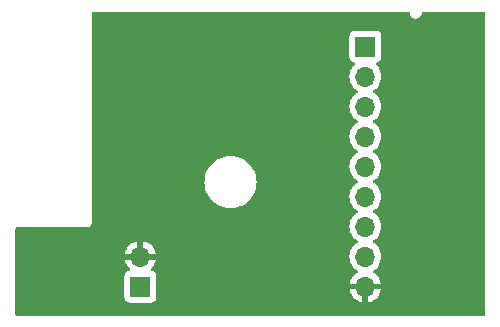
<source format=gbr>
%TF.GenerationSoftware,KiCad,Pcbnew,8.0.7*%
%TF.CreationDate,2025-01-21T12:25:00-05:00*%
%TF.ProjectId,TinyAFireController,54696e79-4146-4697-9265-436f6e74726f,rev?*%
%TF.SameCoordinates,Original*%
%TF.FileFunction,Copper,L2,Bot*%
%TF.FilePolarity,Positive*%
%FSLAX46Y46*%
G04 Gerber Fmt 4.6, Leading zero omitted, Abs format (unit mm)*
G04 Created by KiCad (PCBNEW 8.0.7) date 2025-01-21 12:25:00*
%MOMM*%
%LPD*%
G01*
G04 APERTURE LIST*
%TA.AperFunction,ComponentPad*%
%ADD10R,1.700000X1.700000*%
%TD*%
%TA.AperFunction,ComponentPad*%
%ADD11O,1.700000X1.700000*%
%TD*%
%TA.AperFunction,ViaPad*%
%ADD12C,0.600000*%
%TD*%
G04 APERTURE END LIST*
D10*
%TO.P,J1,1,Pin_1*%
%TO.N,VCC*%
X137420000Y-113850000D03*
D11*
%TO.P,J1,2,Pin_2*%
%TO.N,GND*%
X137420000Y-111310000D03*
%TD*%
D10*
%TO.P,J2,1,Pin_1*%
%TO.N,/{slash}FIRE_OUT*%
X156470000Y-93520000D03*
D11*
%TO.P,J2,2,Pin_2*%
%TO.N,/FIRE_BUTTON*%
X156470000Y-96060000D03*
%TO.P,J2,3,Pin_3*%
%TO.N,/DIG_RATE_SEL*%
X156470000Y-98600000D03*
%TO.P,J2,4,Pin_4*%
%TO.N,/ANA_RATE_IN (0-5V)*%
X156470000Y-101140000D03*
%TO.P,J2,5,Pin_5*%
%TO.N,/FIRE_LED-*%
X156470000Y-103680000D03*
%TO.P,J2,6,Pin_6*%
%TO.N,VCC*%
X156470000Y-106220000D03*
%TO.P,J2,7,Pin_7*%
%TO.N,/DATA IN*%
X156470000Y-108760000D03*
%TO.P,J2,8,Pin_8*%
%TO.N,VCC*%
X156470000Y-111300000D03*
%TO.P,J2,9,Pin_9*%
%TO.N,GND*%
X156470000Y-113840000D03*
%TD*%
D12*
%TO.N,GND*%
X153980700Y-107123200D03*
X147779500Y-113592700D03*
X150792500Y-93520000D03*
X138312000Y-96042600D03*
%TD*%
%TA.AperFunction,Conductor*%
%TO.N,GND*%
G36*
X160162539Y-90580185D02*
G01*
X160208294Y-90632989D01*
X160219500Y-90684500D01*
X160219500Y-90735891D01*
X160253608Y-90863187D01*
X160286554Y-90920250D01*
X160319500Y-90977314D01*
X160412686Y-91070500D01*
X160526814Y-91136392D01*
X160654108Y-91170500D01*
X160654110Y-91170500D01*
X160785890Y-91170500D01*
X160785892Y-91170500D01*
X160913186Y-91136392D01*
X161027314Y-91070500D01*
X161120500Y-90977314D01*
X161186392Y-90863186D01*
X161220500Y-90735892D01*
X161220500Y-90684500D01*
X161240185Y-90617461D01*
X161292989Y-90571706D01*
X161344500Y-90560500D01*
X166466000Y-90560500D01*
X166533039Y-90580185D01*
X166578794Y-90632989D01*
X166590000Y-90684500D01*
X166590000Y-116185500D01*
X166570315Y-116252539D01*
X166517511Y-116298294D01*
X166466000Y-116309500D01*
X126964500Y-116309500D01*
X126897461Y-116289815D01*
X126851706Y-116237011D01*
X126840500Y-116185500D01*
X126840500Y-112952135D01*
X136069500Y-112952135D01*
X136069500Y-114747870D01*
X136069501Y-114747876D01*
X136075908Y-114807483D01*
X136126202Y-114942328D01*
X136126206Y-114942335D01*
X136212452Y-115057544D01*
X136212455Y-115057547D01*
X136327664Y-115143793D01*
X136327671Y-115143797D01*
X136462517Y-115194091D01*
X136462516Y-115194091D01*
X136469444Y-115194835D01*
X136522127Y-115200500D01*
X138317872Y-115200499D01*
X138377483Y-115194091D01*
X138512331Y-115143796D01*
X138627546Y-115057546D01*
X138713796Y-114942331D01*
X138764091Y-114807483D01*
X138770500Y-114747873D01*
X138770499Y-112952128D01*
X138764091Y-112892517D01*
X138730289Y-112801890D01*
X138713797Y-112757671D01*
X138713793Y-112757664D01*
X138627547Y-112642455D01*
X138627544Y-112642452D01*
X138512335Y-112556206D01*
X138512328Y-112556202D01*
X138380401Y-112506997D01*
X138324467Y-112465126D01*
X138300050Y-112399662D01*
X138314902Y-112331389D01*
X138336053Y-112303133D01*
X138458108Y-112181078D01*
X138593600Y-111987578D01*
X138693429Y-111773492D01*
X138693432Y-111773486D01*
X138750636Y-111560000D01*
X137853012Y-111560000D01*
X137885925Y-111502993D01*
X137920000Y-111375826D01*
X137920000Y-111244174D01*
X137885925Y-111117007D01*
X137853012Y-111060000D01*
X138750636Y-111060000D01*
X138750635Y-111059999D01*
X138693432Y-110846513D01*
X138693429Y-110846507D01*
X138593600Y-110632422D01*
X138593599Y-110632420D01*
X138458113Y-110438926D01*
X138458108Y-110438920D01*
X138291082Y-110271894D01*
X138097578Y-110136399D01*
X137883492Y-110036570D01*
X137883486Y-110036567D01*
X137670000Y-109979364D01*
X137670000Y-110876988D01*
X137612993Y-110844075D01*
X137485826Y-110810000D01*
X137354174Y-110810000D01*
X137227007Y-110844075D01*
X137170000Y-110876988D01*
X137170000Y-109979364D01*
X137169999Y-109979364D01*
X136956513Y-110036567D01*
X136956507Y-110036570D01*
X136742422Y-110136399D01*
X136742420Y-110136400D01*
X136548926Y-110271886D01*
X136548920Y-110271891D01*
X136381891Y-110438920D01*
X136381886Y-110438926D01*
X136246400Y-110632420D01*
X136246399Y-110632422D01*
X136146570Y-110846507D01*
X136146567Y-110846513D01*
X136089364Y-111059999D01*
X136089364Y-111060000D01*
X136986988Y-111060000D01*
X136954075Y-111117007D01*
X136920000Y-111244174D01*
X136920000Y-111375826D01*
X136954075Y-111502993D01*
X136986988Y-111560000D01*
X136089364Y-111560000D01*
X136146567Y-111773486D01*
X136146570Y-111773492D01*
X136246399Y-111987578D01*
X136381894Y-112181082D01*
X136503946Y-112303134D01*
X136537431Y-112364457D01*
X136532447Y-112434149D01*
X136490575Y-112490082D01*
X136459598Y-112506997D01*
X136327671Y-112556202D01*
X136327664Y-112556206D01*
X136212455Y-112642452D01*
X136212452Y-112642455D01*
X136126206Y-112757664D01*
X136126202Y-112757671D01*
X136075908Y-112892517D01*
X136069501Y-112952116D01*
X136069501Y-112952123D01*
X136069500Y-112952135D01*
X126840500Y-112952135D01*
X126840500Y-108934500D01*
X126860185Y-108867461D01*
X126912989Y-108821706D01*
X126964500Y-108810500D01*
X132910187Y-108810500D01*
X132917816Y-108810000D01*
X133090000Y-108810000D01*
X133092153Y-108807846D01*
X133109685Y-108748142D01*
X133142180Y-108717166D01*
X133140863Y-108715450D01*
X133147307Y-108710503D01*
X133147314Y-108710500D01*
X133240500Y-108617314D01*
X133306392Y-108503186D01*
X133340500Y-108375892D01*
X133340500Y-104995920D01*
X142844778Y-104995920D01*
X142863644Y-105283757D01*
X142863646Y-105283769D01*
X142919917Y-105566665D01*
X142919921Y-105566680D01*
X143012642Y-105839825D01*
X143140219Y-106098526D01*
X143140223Y-106098533D01*
X143300478Y-106338372D01*
X143490672Y-106555247D01*
X143637103Y-106683663D01*
X143707546Y-106745440D01*
X143947389Y-106905698D01*
X144206098Y-107033279D01*
X144479247Y-107126001D01*
X144762161Y-107182276D01*
X145050000Y-107201142D01*
X145337839Y-107182276D01*
X145620753Y-107126001D01*
X145893902Y-107033279D01*
X146152611Y-106905698D01*
X146392454Y-106745440D01*
X146609327Y-106555247D01*
X146799520Y-106338374D01*
X146959778Y-106098531D01*
X147087359Y-105839822D01*
X147180081Y-105566673D01*
X147236356Y-105283759D01*
X147255222Y-104995920D01*
X147236356Y-104708081D01*
X147180081Y-104425167D01*
X147087359Y-104152018D01*
X146959778Y-103893309D01*
X146898458Y-103801537D01*
X146799521Y-103653467D01*
X146609327Y-103436592D01*
X146392452Y-103246398D01*
X146152613Y-103086143D01*
X146152606Y-103086139D01*
X145893905Y-102958562D01*
X145620760Y-102865841D01*
X145620754Y-102865839D01*
X145620753Y-102865839D01*
X145620751Y-102865838D01*
X145620745Y-102865837D01*
X145337849Y-102809566D01*
X145337839Y-102809564D01*
X145050000Y-102790698D01*
X144762161Y-102809564D01*
X144762155Y-102809565D01*
X144762150Y-102809566D01*
X144479254Y-102865837D01*
X144479239Y-102865841D01*
X144206094Y-102958562D01*
X143947393Y-103086139D01*
X143947386Y-103086143D01*
X143707547Y-103246398D01*
X143490672Y-103436592D01*
X143300478Y-103653467D01*
X143140223Y-103893306D01*
X143140219Y-103893313D01*
X143012642Y-104152014D01*
X142919921Y-104425159D01*
X142919917Y-104425174D01*
X142863646Y-104708070D01*
X142863644Y-104708081D01*
X142847788Y-104950000D01*
X142844778Y-104995920D01*
X133340500Y-104995920D01*
X133340500Y-96059999D01*
X155114341Y-96059999D01*
X155114341Y-96060000D01*
X155134936Y-96295403D01*
X155134938Y-96295413D01*
X155196094Y-96523655D01*
X155196096Y-96523659D01*
X155196097Y-96523663D01*
X155295965Y-96737830D01*
X155295967Y-96737834D01*
X155431501Y-96931395D01*
X155431506Y-96931402D01*
X155598597Y-97098493D01*
X155598603Y-97098498D01*
X155784158Y-97228425D01*
X155827783Y-97283002D01*
X155834977Y-97352500D01*
X155803454Y-97414855D01*
X155784158Y-97431575D01*
X155598597Y-97561505D01*
X155431505Y-97728597D01*
X155295965Y-97922169D01*
X155295964Y-97922171D01*
X155196098Y-98136335D01*
X155196094Y-98136344D01*
X155134938Y-98364586D01*
X155134936Y-98364596D01*
X155114341Y-98599999D01*
X155114341Y-98600000D01*
X155134936Y-98835403D01*
X155134938Y-98835413D01*
X155196094Y-99063655D01*
X155196096Y-99063659D01*
X155196097Y-99063663D01*
X155295965Y-99277830D01*
X155295967Y-99277834D01*
X155431501Y-99471395D01*
X155431506Y-99471402D01*
X155598597Y-99638493D01*
X155598603Y-99638498D01*
X155784158Y-99768425D01*
X155827783Y-99823002D01*
X155834977Y-99892500D01*
X155803454Y-99954855D01*
X155784158Y-99971575D01*
X155598597Y-100101505D01*
X155431505Y-100268597D01*
X155295965Y-100462169D01*
X155295964Y-100462171D01*
X155196098Y-100676335D01*
X155196094Y-100676344D01*
X155134938Y-100904586D01*
X155134936Y-100904596D01*
X155114341Y-101139999D01*
X155114341Y-101140000D01*
X155134936Y-101375403D01*
X155134938Y-101375413D01*
X155196094Y-101603655D01*
X155196096Y-101603659D01*
X155196097Y-101603663D01*
X155295965Y-101817830D01*
X155295967Y-101817834D01*
X155431501Y-102011395D01*
X155431506Y-102011402D01*
X155598597Y-102178493D01*
X155598603Y-102178498D01*
X155784158Y-102308425D01*
X155827783Y-102363002D01*
X155834977Y-102432500D01*
X155803454Y-102494855D01*
X155784158Y-102511575D01*
X155598597Y-102641505D01*
X155431505Y-102808597D01*
X155295965Y-103002169D01*
X155295964Y-103002171D01*
X155196098Y-103216335D01*
X155196094Y-103216344D01*
X155134938Y-103444586D01*
X155134936Y-103444596D01*
X155114341Y-103679999D01*
X155114341Y-103680000D01*
X155134936Y-103915403D01*
X155134938Y-103915413D01*
X155196094Y-104143655D01*
X155196096Y-104143659D01*
X155196097Y-104143663D01*
X155216689Y-104187822D01*
X155295965Y-104357830D01*
X155295967Y-104357834D01*
X155431501Y-104551395D01*
X155431506Y-104551402D01*
X155598597Y-104718493D01*
X155598603Y-104718498D01*
X155784158Y-104848425D01*
X155827783Y-104903002D01*
X155834977Y-104972500D01*
X155803454Y-105034855D01*
X155784158Y-105051575D01*
X155598597Y-105181505D01*
X155431505Y-105348597D01*
X155295965Y-105542169D01*
X155295964Y-105542171D01*
X155196098Y-105756335D01*
X155196094Y-105756344D01*
X155134938Y-105984586D01*
X155134936Y-105984596D01*
X155114341Y-106219999D01*
X155114341Y-106220000D01*
X155134936Y-106455403D01*
X155134938Y-106455413D01*
X155196094Y-106683655D01*
X155196096Y-106683659D01*
X155196097Y-106683663D01*
X155224905Y-106745441D01*
X155295965Y-106897830D01*
X155295967Y-106897834D01*
X155431501Y-107091395D01*
X155431506Y-107091402D01*
X155598597Y-107258493D01*
X155598603Y-107258498D01*
X155784158Y-107388425D01*
X155827783Y-107443002D01*
X155834977Y-107512500D01*
X155803454Y-107574855D01*
X155784158Y-107591575D01*
X155598597Y-107721505D01*
X155431505Y-107888597D01*
X155295965Y-108082169D01*
X155295964Y-108082171D01*
X155196098Y-108296335D01*
X155196094Y-108296344D01*
X155134938Y-108524586D01*
X155134936Y-108524596D01*
X155114341Y-108759999D01*
X155114341Y-108760000D01*
X155134936Y-108995403D01*
X155134938Y-108995413D01*
X155196094Y-109223655D01*
X155196096Y-109223659D01*
X155196097Y-109223663D01*
X155295965Y-109437830D01*
X155295967Y-109437834D01*
X155431501Y-109631395D01*
X155431506Y-109631402D01*
X155598597Y-109798493D01*
X155598603Y-109798498D01*
X155784158Y-109928425D01*
X155827783Y-109983002D01*
X155834977Y-110052500D01*
X155803454Y-110114855D01*
X155784158Y-110131575D01*
X155598597Y-110261505D01*
X155431505Y-110428597D01*
X155295965Y-110622169D01*
X155295964Y-110622171D01*
X155196098Y-110836335D01*
X155196094Y-110836344D01*
X155134938Y-111064586D01*
X155134936Y-111064596D01*
X155114341Y-111299999D01*
X155114341Y-111300000D01*
X155134936Y-111535403D01*
X155134938Y-111535413D01*
X155196094Y-111763655D01*
X155196096Y-111763659D01*
X155196097Y-111763663D01*
X155295965Y-111977830D01*
X155295967Y-111977834D01*
X155431501Y-112171395D01*
X155431506Y-112171402D01*
X155598597Y-112338493D01*
X155598603Y-112338498D01*
X155784594Y-112468730D01*
X155828219Y-112523307D01*
X155835413Y-112592805D01*
X155803890Y-112655160D01*
X155784595Y-112671880D01*
X155598922Y-112801890D01*
X155598920Y-112801891D01*
X155431891Y-112968920D01*
X155431886Y-112968926D01*
X155296400Y-113162420D01*
X155296399Y-113162422D01*
X155196570Y-113376507D01*
X155196567Y-113376513D01*
X155139364Y-113589999D01*
X155139364Y-113590000D01*
X156036988Y-113590000D01*
X156004075Y-113647007D01*
X155970000Y-113774174D01*
X155970000Y-113905826D01*
X156004075Y-114032993D01*
X156036988Y-114090000D01*
X155139364Y-114090000D01*
X155196567Y-114303486D01*
X155196570Y-114303492D01*
X155296399Y-114517578D01*
X155431894Y-114711082D01*
X155598917Y-114878105D01*
X155792421Y-115013600D01*
X156006507Y-115113429D01*
X156006516Y-115113433D01*
X156220000Y-115170634D01*
X156220000Y-114273012D01*
X156277007Y-114305925D01*
X156404174Y-114340000D01*
X156535826Y-114340000D01*
X156662993Y-114305925D01*
X156720000Y-114273012D01*
X156720000Y-115170633D01*
X156933483Y-115113433D01*
X156933492Y-115113429D01*
X157147578Y-115013600D01*
X157341082Y-114878105D01*
X157508105Y-114711082D01*
X157643600Y-114517578D01*
X157743429Y-114303492D01*
X157743432Y-114303486D01*
X157800636Y-114090000D01*
X156903012Y-114090000D01*
X156935925Y-114032993D01*
X156970000Y-113905826D01*
X156970000Y-113774174D01*
X156935925Y-113647007D01*
X156903012Y-113590000D01*
X157800636Y-113590000D01*
X157800635Y-113589999D01*
X157743432Y-113376513D01*
X157743429Y-113376507D01*
X157643600Y-113162422D01*
X157643599Y-113162420D01*
X157508113Y-112968926D01*
X157508108Y-112968920D01*
X157341078Y-112801890D01*
X157155405Y-112671879D01*
X157111780Y-112617302D01*
X157104588Y-112547804D01*
X157136110Y-112485449D01*
X157155406Y-112468730D01*
X157204793Y-112434149D01*
X157341401Y-112338495D01*
X157508495Y-112171401D01*
X157644035Y-111977830D01*
X157743903Y-111763663D01*
X157805063Y-111535408D01*
X157825659Y-111300000D01*
X157805063Y-111064592D01*
X157743903Y-110836337D01*
X157644035Y-110622171D01*
X157508495Y-110428599D01*
X157508494Y-110428597D01*
X157341402Y-110261506D01*
X157341396Y-110261501D01*
X157155842Y-110131575D01*
X157112217Y-110076998D01*
X157105023Y-110007500D01*
X157136546Y-109945145D01*
X157155842Y-109928425D01*
X157178026Y-109912891D01*
X157341401Y-109798495D01*
X157508495Y-109631401D01*
X157644035Y-109437830D01*
X157743903Y-109223663D01*
X157805063Y-108995408D01*
X157825659Y-108760000D01*
X157805063Y-108524592D01*
X157743903Y-108296337D01*
X157644035Y-108082171D01*
X157588380Y-108002686D01*
X157508494Y-107888597D01*
X157341402Y-107721506D01*
X157341396Y-107721501D01*
X157155842Y-107591575D01*
X157112217Y-107536998D01*
X157105023Y-107467500D01*
X157136546Y-107405145D01*
X157155842Y-107388425D01*
X157178026Y-107372891D01*
X157341401Y-107258495D01*
X157508495Y-107091401D01*
X157644035Y-106897830D01*
X157743903Y-106683663D01*
X157805063Y-106455408D01*
X157825659Y-106220000D01*
X157805063Y-105984592D01*
X157743903Y-105756337D01*
X157644035Y-105542171D01*
X157564953Y-105429229D01*
X157508494Y-105348597D01*
X157341402Y-105181506D01*
X157341396Y-105181501D01*
X157155842Y-105051575D01*
X157112217Y-104996998D01*
X157105023Y-104927500D01*
X157136546Y-104865145D01*
X157155842Y-104848425D01*
X157259972Y-104775512D01*
X157341401Y-104718495D01*
X157508495Y-104551401D01*
X157644035Y-104357830D01*
X157743903Y-104143663D01*
X157805063Y-103915408D01*
X157825659Y-103680000D01*
X157805063Y-103444592D01*
X157743903Y-103216337D01*
X157644035Y-103002171D01*
X157548577Y-102865841D01*
X157508494Y-102808597D01*
X157341402Y-102641506D01*
X157341396Y-102641501D01*
X157155842Y-102511575D01*
X157112217Y-102456998D01*
X157105023Y-102387500D01*
X157136546Y-102325145D01*
X157155842Y-102308425D01*
X157178026Y-102292891D01*
X157341401Y-102178495D01*
X157508495Y-102011401D01*
X157644035Y-101817830D01*
X157743903Y-101603663D01*
X157805063Y-101375408D01*
X157825659Y-101140000D01*
X157805063Y-100904592D01*
X157743903Y-100676337D01*
X157644035Y-100462171D01*
X157508495Y-100268599D01*
X157508494Y-100268597D01*
X157341402Y-100101506D01*
X157341396Y-100101501D01*
X157155842Y-99971575D01*
X157112217Y-99916998D01*
X157105023Y-99847500D01*
X157136546Y-99785145D01*
X157155842Y-99768425D01*
X157178026Y-99752891D01*
X157341401Y-99638495D01*
X157508495Y-99471401D01*
X157644035Y-99277830D01*
X157743903Y-99063663D01*
X157805063Y-98835408D01*
X157825659Y-98600000D01*
X157805063Y-98364592D01*
X157743903Y-98136337D01*
X157644035Y-97922171D01*
X157508495Y-97728599D01*
X157508494Y-97728597D01*
X157341402Y-97561506D01*
X157341396Y-97561501D01*
X157155842Y-97431575D01*
X157112217Y-97376998D01*
X157105023Y-97307500D01*
X157136546Y-97245145D01*
X157155842Y-97228425D01*
X157178026Y-97212891D01*
X157341401Y-97098495D01*
X157508495Y-96931401D01*
X157644035Y-96737830D01*
X157743903Y-96523663D01*
X157805063Y-96295408D01*
X157825659Y-96060000D01*
X157805063Y-95824592D01*
X157743903Y-95596337D01*
X157644035Y-95382171D01*
X157508495Y-95188599D01*
X157386567Y-95066671D01*
X157353084Y-95005351D01*
X157358068Y-94935659D01*
X157399939Y-94879725D01*
X157430915Y-94862810D01*
X157562331Y-94813796D01*
X157677546Y-94727546D01*
X157763796Y-94612331D01*
X157814091Y-94477483D01*
X157820500Y-94417873D01*
X157820499Y-92622128D01*
X157814091Y-92562517D01*
X157763796Y-92427669D01*
X157763795Y-92427668D01*
X157763793Y-92427664D01*
X157677547Y-92312455D01*
X157677544Y-92312452D01*
X157562335Y-92226206D01*
X157562328Y-92226202D01*
X157427482Y-92175908D01*
X157427483Y-92175908D01*
X157367883Y-92169501D01*
X157367881Y-92169500D01*
X157367873Y-92169500D01*
X157367864Y-92169500D01*
X155572129Y-92169500D01*
X155572123Y-92169501D01*
X155512516Y-92175908D01*
X155377671Y-92226202D01*
X155377664Y-92226206D01*
X155262455Y-92312452D01*
X155262452Y-92312455D01*
X155176206Y-92427664D01*
X155176202Y-92427671D01*
X155125908Y-92562517D01*
X155119501Y-92622116D01*
X155119501Y-92622123D01*
X155119500Y-92622135D01*
X155119500Y-94417870D01*
X155119501Y-94417876D01*
X155125908Y-94477483D01*
X155176202Y-94612328D01*
X155176206Y-94612335D01*
X155262452Y-94727544D01*
X155262455Y-94727547D01*
X155377664Y-94813793D01*
X155377671Y-94813797D01*
X155509081Y-94862810D01*
X155565015Y-94904681D01*
X155589432Y-94970145D01*
X155574580Y-95038418D01*
X155553430Y-95066673D01*
X155431503Y-95188600D01*
X155295965Y-95382169D01*
X155295964Y-95382171D01*
X155196098Y-95596335D01*
X155196094Y-95596344D01*
X155134938Y-95824586D01*
X155134936Y-95824596D01*
X155114341Y-96059999D01*
X133340500Y-96059999D01*
X133340500Y-90684500D01*
X133360185Y-90617461D01*
X133412989Y-90571706D01*
X133464500Y-90560500D01*
X160095500Y-90560500D01*
X160162539Y-90580185D01*
G37*
%TD.AperFunction*%
%TD*%
M02*

</source>
